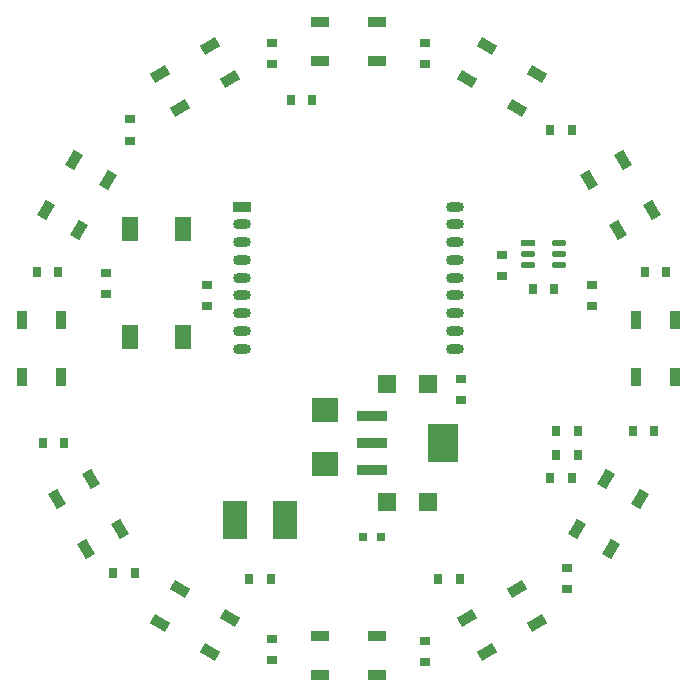
<source format=gtp>
G04 Layer_Color=8421504*
%FSTAX42Y42*%
%MOMM*%
G71*
G01*
G75*
%ADD11R,0.80X0.95*%
%ADD12R,0.80X0.80*%
%ADD13R,0.95X0.80*%
%ADD14O,1.20X0.55*%
%ADD15R,1.20X0.55*%
%ADD16R,1.40X2.10*%
%ADD17R,2.30X2.00*%
%ADD18R,1.60X1.60*%
%ADD19R,2.55X0.95*%
%ADD20R,2.55X3.30*%
%ADD21R,1.50X0.90*%
G04:AMPARAMS|DCode=22|XSize=1.5mm|YSize=0.9mm|CornerRadius=0mm|HoleSize=0mm|Usage=FLASHONLY|Rotation=30.000|XOffset=0mm|YOffset=0mm|HoleType=Round|Shape=Rectangle|*
%AMROTATEDRECTD22*
4,1,4,-0.42,-0.76,-0.87,0.01,0.42,0.76,0.87,-0.01,-0.42,-0.76,0.0*
%
%ADD22ROTATEDRECTD22*%

G04:AMPARAMS|DCode=23|XSize=1.5mm|YSize=0.9mm|CornerRadius=0mm|HoleSize=0mm|Usage=FLASHONLY|Rotation=60.000|XOffset=0mm|YOffset=0mm|HoleType=Round|Shape=Rectangle|*
%AMROTATEDRECTD23*
4,1,4,0.01,-0.87,-0.76,-0.42,-0.01,0.87,0.76,0.42,0.01,-0.87,0.0*
%
%ADD23ROTATEDRECTD23*%

%ADD24R,0.90X1.50*%
G04:AMPARAMS|DCode=25|XSize=1.5mm|YSize=0.9mm|CornerRadius=0mm|HoleSize=0mm|Usage=FLASHONLY|Rotation=120.000|XOffset=0mm|YOffset=0mm|HoleType=Round|Shape=Rectangle|*
%AMROTATEDRECTD25*
4,1,4,0.76,-0.42,-0.01,-0.87,-0.76,0.42,0.01,0.87,0.76,-0.42,0.0*
%
%ADD25ROTATEDRECTD25*%

G04:AMPARAMS|DCode=26|XSize=1.5mm|YSize=0.9mm|CornerRadius=0mm|HoleSize=0mm|Usage=FLASHONLY|Rotation=150.000|XOffset=0mm|YOffset=0mm|HoleType=Round|Shape=Rectangle|*
%AMROTATEDRECTD26*
4,1,4,0.87,0.01,0.42,-0.76,-0.87,-0.01,-0.42,0.76,0.87,0.01,0.0*
%
%ADD26ROTATEDRECTD26*%

%ADD27O,1.50X0.90*%
%ADD28R,2.00X3.30*%
D11*
X025968Y040544D02*
D03*
X025788D02*
D03*
X025738Y040344D02*
D03*
X025918D02*
D03*
X025788Y040744D02*
D03*
X025968D02*
D03*
X023718Y043544D02*
D03*
X023538D02*
D03*
X025768Y041944D02*
D03*
X025588D02*
D03*
X024788Y039494D02*
D03*
X024968D02*
D03*
X023188D02*
D03*
X023368D02*
D03*
X026438Y040744D02*
D03*
X026618D02*
D03*
X026538Y042094D02*
D03*
X026718D02*
D03*
X025738Y043294D02*
D03*
X025918D02*
D03*
X021568Y042094D02*
D03*
X021388D02*
D03*
X021618Y040644D02*
D03*
X021438D02*
D03*
X022218Y039544D02*
D03*
X022038D02*
D03*
D12*
X024153Y039844D02*
D03*
X024303D02*
D03*
D13*
X022828Y041804D02*
D03*
Y041984D02*
D03*
X024978Y041184D02*
D03*
Y041004D02*
D03*
X026093Y041804D02*
D03*
Y041984D02*
D03*
X025328Y042054D02*
D03*
Y042234D02*
D03*
X021978Y041904D02*
D03*
Y042084D02*
D03*
X023378Y038984D02*
D03*
Y038804D02*
D03*
X024678Y038968D02*
D03*
Y038788D02*
D03*
X025878Y039584D02*
D03*
Y039404D02*
D03*
X024678Y043854D02*
D03*
Y044034D02*
D03*
X023378Y043854D02*
D03*
Y044034D02*
D03*
X022178Y043204D02*
D03*
Y043384D02*
D03*
D14*
X025546Y042149D02*
D03*
Y042244D02*
D03*
X025808Y042149D02*
D03*
Y042244D02*
D03*
Y042339D02*
D03*
D15*
X025546Y042339D02*
D03*
D16*
X022178Y041544D02*
D03*
Y042454D02*
D03*
X022628Y041544D02*
D03*
Y042454D02*
D03*
D17*
X023828Y040924D02*
D03*
Y040464D02*
D03*
D18*
X024358Y041144D02*
D03*
X024698D02*
D03*
X024698Y040144D02*
D03*
X024358D02*
D03*
D19*
X024231Y040874D02*
D03*
Y040644D02*
D03*
Y040414D02*
D03*
D20*
X024826Y040644D02*
D03*
D21*
X024273Y039009D02*
D03*
Y038679D02*
D03*
X023783D02*
D03*
Y039009D02*
D03*
X023128Y042644D02*
D03*
X023783Y043879D02*
D03*
Y044209D02*
D03*
X024273D02*
D03*
Y043879D02*
D03*
D22*
X025458Y039409D02*
D03*
X025623Y039123D02*
D03*
X025199Y038878D02*
D03*
X025034Y039164D02*
D03*
X022599Y043478D02*
D03*
X022434Y043764D02*
D03*
X022858Y044009D02*
D03*
X023023Y043723D02*
D03*
D23*
X026208Y040338D02*
D03*
X026494Y040173D02*
D03*
X026249Y039749D02*
D03*
X025963Y039914D02*
D03*
X021749Y042449D02*
D03*
X021463Y042614D02*
D03*
X021708Y043038D02*
D03*
X021994Y042873D02*
D03*
D24*
X026463Y041689D02*
D03*
X026793D02*
D03*
Y041199D02*
D03*
X026463D02*
D03*
X021593D02*
D03*
X021263D02*
D03*
Y041689D02*
D03*
X021593D02*
D03*
D25*
X026063Y042873D02*
D03*
X026349Y043038D02*
D03*
X026594Y042614D02*
D03*
X026308Y042449D02*
D03*
X022094Y039914D02*
D03*
X021808Y039749D02*
D03*
X021563Y040173D02*
D03*
X021849Y040338D02*
D03*
D26*
X025034Y043723D02*
D03*
X025199Y044009D02*
D03*
X025623Y043764D02*
D03*
X025458Y043478D02*
D03*
X023023Y039164D02*
D03*
X022858Y038878D02*
D03*
X022434Y039123D02*
D03*
X022599Y039409D02*
D03*
D27*
X023128Y042494D02*
D03*
Y042344D02*
D03*
Y042194D02*
D03*
Y042044D02*
D03*
Y041894D02*
D03*
Y041744D02*
D03*
Y041594D02*
D03*
Y041444D02*
D03*
X024928Y042344D02*
D03*
Y042194D02*
D03*
Y042044D02*
D03*
Y041894D02*
D03*
Y041744D02*
D03*
Y041594D02*
D03*
Y041444D02*
D03*
Y042494D02*
D03*
Y042644D02*
D03*
D28*
X023063Y039994D02*
D03*
X023494D02*
D03*
M02*

</source>
